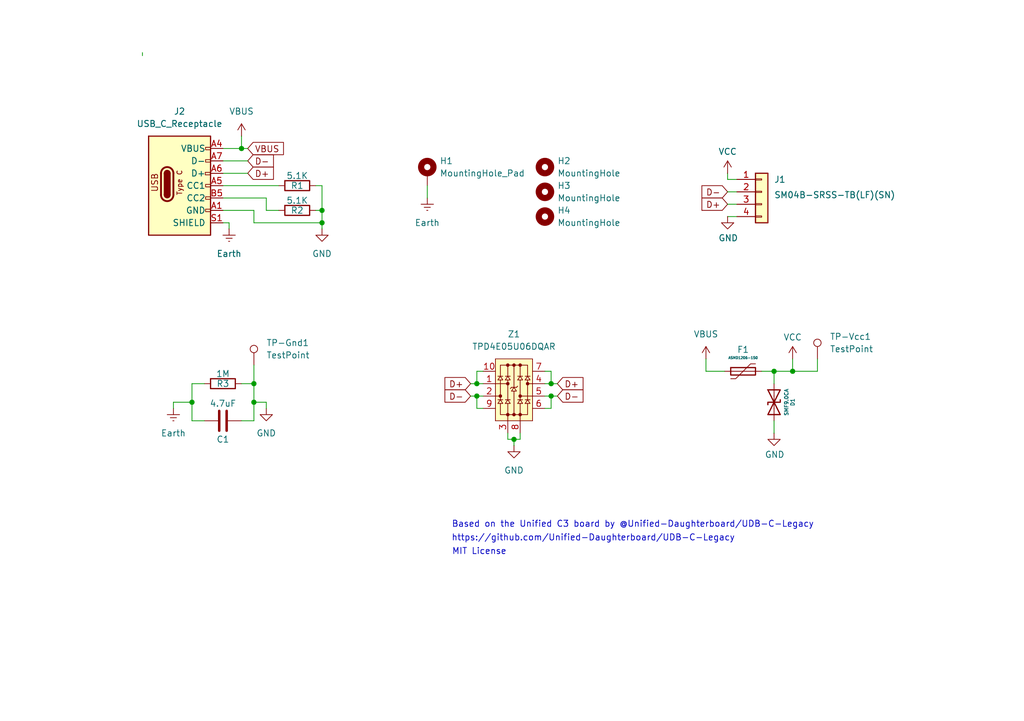
<source format=kicad_sch>
(kicad_sch (version 20250114) (generator "eeschema") (generator_version "9.0")
  (paper "A5")
  (lib_symbols
    (symbol "Connector:TestPoint" (pin_numbers (hide yes)) (pin_names (offset 0.762) (hide yes))
      (property "Reference" "TP" (at 0 6.858 0))
      (property "Value" "TestPoint" (at 0 5.08 0))
      (symbol "TestPoint_0_1"
        (circle (center 0 3.302) (radius 0.762))
      )
      (symbol "TestPoint_1_1"
        (pin passive line (at 0 0 90) (length 2.54) (name "1") (number "1"))
      )
    )
    (symbol "Connector_Generic:Conn_01x04" (pin_names (offset 1.016) (hide yes))
      (property "Reference" "J" (at 0 5.08 0))
      (property "Value" "Conn_01x04" (at 0 -7.62 0))
      (symbol "Conn_01x04_1_1"
        (rectangle (start -1.27 3.81) (end 1.27 -6.35) (stroke (width 0.254)) (fill (type background)))
        (rectangle (start -1.27 2.667) (end 0 2.413) (stroke (width 0.1524)))
        (rectangle (start -1.27 0.127) (end 0 -0.127) (stroke (width 0.1524)))
        (rectangle (start -1.27 -2.413) (end 0 -2.667) (stroke (width 0.1524)))
        (rectangle (start -1.27 -4.953) (end 0 -5.207) (stroke (width 0.1524)))
        (pin passive line (at -5.08 2.54 0) (length 3.81) (name "Pin_1") (number "1"))
        (pin passive line (at -5.08 0 0) (length 3.81) (name "Pin_2") (number "2"))
        (pin passive line (at -5.08 -2.54 0) (length 3.81) (name "Pin_3") (number "3"))
        (pin passive line (at -5.08 -5.08 0) (length 3.81) (name "Pin_4") (number "4"))
      )
    )
    (symbol "Device:C" (pin_numbers (hide yes)) (pin_names (offset 0.254))
      (property "Reference" "C" (at 0.635 2.54 0))
      (property "Value" "C" (at 0.635 -2.54 0))
      (symbol "C_0_1"
        (polyline (pts (xy -2.032 0.762) (xy 2.032 0.762)) (stroke (width 0.508)))
        (polyline (pts (xy -2.032 -0.762) (xy 2.032 -0.762)) (stroke (width 0.508)))
      )
      (symbol "C_1_1"
        (pin passive line (at 0 3.81 270) (length 2.794) (name "~") (number "1"))
        (pin passive line (at 0 -3.81 90) (length 2.794) (name "~") (number "2"))
      )
    )
    (symbol "Device:D_TVS" (pin_numbers (hide yes)) (pin_names (offset 1.016) (hide yes))
      (property "Reference" "D" (at 0 2.54 0))
      (property "Value" "D_TVS" (at 0 -2.54 0))
      (symbol "D_TVS_0_1"
        (polyline (pts (xy -2.54 1.27) (xy -2.54 -1.27) (xy 2.54 1.27) (xy 2.54 -1.27) (xy -2.54 1.27)) (stroke (width 0.254)))
        (polyline (pts (xy 0.508 1.27) (xy 0 1.27) (xy 0 -1.27) (xy -0.508 -1.27)) (stroke (width 0.254)))
        (polyline (pts (xy 1.27 0) (xy -1.27 0)))
      )
      (symbol "D_TVS_1_1"
        (pin passive line (at -3.81 0 0) (length 2.54) (name "A1") (number "1"))
        (pin passive line (at 3.81 0 180) (length 2.54) (name "A2") (number "2"))
      )
    )
    (symbol "Device:Polyfuse" (pin_numbers (hide yes)) (pin_names (offset 0))
      (property "Reference" "F" (at -2.54 0 90))
      (property "Value" "Polyfuse" (at 2.54 0 90))
      (symbol "Polyfuse_0_1"
        (polyline (pts (xy -1.524 2.54) (xy -1.524 1.524) (xy 1.524 -1.524) (xy 1.524 -2.54)))
        (rectangle (start -0.762 2.54) (end 0.762 -2.54) (stroke (width 0.254)))
        (polyline (pts (xy 0 2.54) (xy 0 -2.54)))
      )
      (symbol "Polyfuse_1_1"
        (pin passive line (at 0 3.81 270) (length 1.27) (name "~") (number "1"))
        (pin passive line (at 0 -3.81 90) (length 1.27) (name "~") (number "2"))
      )
    )
    (symbol "Device:R" (pin_numbers (hide yes)) (pin_names (offset 0))
      (property "Reference" "R" (at 2.032 0 90))
      (property "Value" "R" (at 0 0 90))
      (symbol "R_0_1"
        (rectangle (start -1.016 -2.54) (end 1.016 2.54) (stroke (width 0.254)))
      )
      (symbol "R_1_1"
        (pin passive line (at 0 3.81 270) (length 1.27) (name "~") (number "1"))
        (pin passive line (at 0 -3.81 90) (length 1.27) (name "~") (number "2"))
      )
    )
    (symbol "Mechanical:MountingHole" (pin_names (offset 1.016)) (in_bom no)
      (property "Reference" "H" (at 0 5.08 0))
      (property "Value" "MountingHole" (at 0 3.175 0))
      (symbol "MountingHole_0_1"
        (circle (center 0 0) (radius 1.27) (stroke (width 1.27)))
      )
    )
    (symbol "Mechanical:MountingHole_Pad" (pin_numbers (hide yes)) (pin_names (offset 1.016) (hide yes)) (in_bom no)
      (property "Reference" "H" (at 0 6.35 0))
      (property "Value" "MountingHole_Pad" (at 0 4.445 0))
      (symbol "MountingHole_Pad_0_1"
        (circle (center 0 1.27) (radius 1.27) (stroke (width 1.27)))
      )
      (symbol "MountingHole_Pad_1_1"
        (pin input line (at 0 -2.54 90) (length 2.54) (name "1") (number "1"))
      )
    )
    (symbol "USB_C_Receptacle_1" (pin_names (offset 1.016))
      (property "Reference" "J" (at 0.762 13.97 0))
      (property "Value" "USB_C_Receptacle" (at 1.778 11.938 0))
      (symbol "USB_C_Receptacle_1_0_0"
        (rectangle (start 6.5362 2.7263) (end 7.5522 2.2183))
        (rectangle (start 6.604 7.874) (end 7.62 7.366))
        (rectangle (start 7.62 5.334) (end 6.604 4.826))
        (rectangle (start 7.62 0.254) (end 6.604 -0.254))
        (rectangle (start 7.62 -2.286) (end 6.604 -2.794))
        (rectangle (start 7.62 -4.826) (end 6.604 -5.334))
      )
      (symbol "USB_C_Receptacle_1_0_1"
        (rectangle (start -5.08 10.16) (end 7.62 -10.16) (stroke (width 0.254)) (fill (type background)))
      )
      (symbol "USB_C_Receptacle_1_1_1"
        (polyline (pts (xy -2.54 2.54) (xy -2.54 -1.905)) (stroke (width 0.381)))
        (rectangle (start -1.905 2.54) (end -0.635 -1.905) (fill (type outline)))
        (arc (start -2.54 2.54) (mid -1.27 3.81) (end 0 2.54) (stroke (width 0.381)))
        (circle (center -1.27 2.54) (radius 0.635) (fill (type outline)))
        (circle (center -1.27 -1.905) (radius 0.635) (fill (type outline)))
        (arc (start 0 -1.905) (mid -1.27 -3.175) (end -2.54 -1.905) (stroke (width 0.381)))
        (polyline (pts (xy 0 2.54) (xy 0 -1.905)) (stroke (width 0.381)))
        (text "USB" (at -3.81 0.635 900) (effects (font (size 1.27 1.27))))
        (text "Type C" (at 1.27 0.635 900) (effects (font (size 1.016 1.016))))
        (pin bidirectional line (at -3.81 -12.7 90) (length 2.54) (hide yes) (name "SBU1") (number "A8"))
        (pin bidirectional line (at -1.27 -12.7 90) (length 2.54) (hide yes) (name "SBU2") (number "B8"))
        (pin passive line (at 10.16 7.62 180) (length 2.54) (name "VBUS") (number "A4"))
        (pin passive line (at 10.16 7.62 180) (length 2.54) (hide yes) (name "VBUS") (number "A9"))
        (pin passive line (at 10.16 7.62 180) (length 2.54) (hide yes) (name "VBUS") (number "B4"))
        (pin passive line (at 10.16 7.62 180) (length 2.54) (hide yes) (name "VBUS") (number "B9"))
        (pin bidirectional line (at 10.16 5.08 180) (length 2.54) (name "D-") (number "A7"))
        (pin bidirectional line (at 10.16 5.08 180) (length 2.54) (hide yes) (name "D-") (number "B7"))
        (pin bidirectional line (at 10.16 2.54 180) (length 2.54) (name "D+") (number "A6"))
        (pin bidirectional line (at 10.16 2.54 180) (length 2.54) (hide yes) (name "D+") (number "B6"))
        (pin bidirectional line (at 10.16 0 180) (length 2.54) (name "CC1") (number "A5"))
        (pin bidirectional line (at 10.16 -2.54 180) (length 2.54) (name "CC2") (number "B5"))
        (pin passive line (at 10.16 -5.08 180) (length 2.54) (name "GND") (number "A1"))
        (pin passive line (at 10.16 -5.08 180) (length 2.54) (hide yes) (name "GND") (number "A12"))
        (pin passive line (at 10.16 -5.08 180) (length 2.54) (hide yes) (name "GND") (number "B1"))
        (pin passive line (at 10.16 -5.08 180) (length 2.54) (hide yes) (name "GND") (number "B12"))
        (pin passive line (at 10.16 -7.62 180) (length 2.54) (name "SHIELD") (number "S1"))
      )
    )
    (symbol "power:Earth" (power) (pin_numbers (hide yes)) (pin_names (offset 0) (hide yes))
      (property "Value" "Earth" (at 0 -3.81 0))
      (symbol "Earth_0_1"
        (polyline (pts (xy -0.635 -1.905) (xy 0.635 -1.905)))
        (polyline (pts (xy -0.127 -2.54) (xy 0.127 -2.54)))
        (polyline (pts (xy 0 -1.27) (xy 0 0)))
        (polyline (pts (xy 1.27 -1.27) (xy -1.27 -1.27)))
      )
      (symbol "Earth_1_1"
        (pin power_in line (at 0 0 270) (length 0) (name "~") (number "1"))
      )
    )
    (symbol "power:GND" (power) (pin_numbers (hide yes)) (pin_names (offset 0) (hide yes))
      (property "Value" "GND" (at 0 -3.81 0))
      (symbol "GND_0_1"
        (polyline (pts (xy 0 0) (xy 0 -1.27) (xy 1.27 -1.27) (xy 0 -2.54) (xy -1.27 -1.27) (xy 0 -1.27)))
      )
      (symbol "GND_1_1"
        (pin power_in line (at 0 0 270) (length 0) (name "~") (number "1"))
      )
    )
    (symbol "power:VBUS" (power) (pin_numbers (hide yes)) (pin_names (offset 0) (hide yes))
      (property "Value" "VBUS" (at 0 3.556 0))
      (symbol "VBUS_0_1"
        (polyline (pts (xy -0.762 1.27) (xy 0 2.54)))
        (polyline (pts (xy 0 2.54) (xy 0.762 1.27)))
        (polyline (pts (xy 0 0) (xy 0 2.54)))
      )
      (symbol "VBUS_1_1"
        (pin power_in line (at 0 0 90) (length 0) (name "~") (number "1"))
      )
    )
    (symbol "power:VCC" (power) (pin_numbers (hide yes)) (pin_names (offset 0) (hide yes))
      (property "Value" "VCC" (at 0 3.556 0))
      (symbol "VCC_0_1"
        (polyline (pts (xy -0.762 1.27) (xy 0 2.54)))
        (polyline (pts (xy 0 2.54) (xy 0.762 1.27)))
        (polyline (pts (xy 0 0) (xy 0 2.54)))
      )
      (symbol "VCC_1_1"
        (pin power_in line (at 0 0 90) (length 0) (name "~") (number "1"))
      )
    )
    (symbol "ts-kicad-lib:TPDxE05U06"
      (property "Reference" "Z" (at 1.27 8.89 0))
      (symbol "TPDxE05U06_0_1"
        (circle (center -1.524 0) (radius 0.2794) (fill (type outline)))
        (circle (center 0 6.35) (radius 0.2794) (fill (type outline)))
        (circle (center 0 2.54) (radius 0.2794) (fill (type outline)))
        (circle (center 0 -3.81) (radius 0.2794) (fill (type outline)))
        (circle (center 1.27 6.35) (radius 0.2794) (fill (type outline)))
        (circle (center 1.27 -3.81) (radius 0.2794) (fill (type outline)))
        (circle (center 2.54 6.35) (radius 0.2794) (fill (type outline)))
        (circle (center 2.54 0) (radius 0.2794) (fill (type outline)))
        (circle (center 2.54 -3.81) (radius 0.2794) (fill (type outline)))
        (circle (center 4.064 2.54) (radius 0.2794) (fill (type outline)))
      )
      (symbol "TPDxE05U06_1_1"
        (rectangle (start -2.54 7.62) (end 5.08 -5.08) (fill (type background)))
        (polyline (pts (xy -2.54 2.54) (xy 0 2.54)))
        (polyline (pts (xy -2.54 0) (xy -1.524 0)))
        (polyline (pts (xy -2.032 4.064) (xy -1.016 4.064)))
        (polyline (pts (xy -2.032 3.302) (xy -1.016 3.302) (xy -1.524 4.064) (xy -2.032 3.302)))
        (polyline (pts (xy -2.032 -0.762) (xy -1.016 -0.762)))
        (polyline (pts (xy -2.032 -1.524) (xy -1.016 -1.524) (xy -1.524 -0.762) (xy -2.032 -1.524)))
        (polyline (pts (xy -1.524 4.064) (xy -1.524 6.35) (xy 4.064 6.35) (xy 4.064 4.064)))
        (polyline (pts (xy -1.524 -0.762) (xy -1.524 3.302)))
        (polyline (pts (xy -0.508 4.064) (xy 0.508 4.064)))
        (polyline (pts (xy -0.508 3.302) (xy 0.508 3.302) (xy 0 4.064) (xy -0.508 3.302)))
        (polyline (pts (xy -0.508 -0.762) (xy 0.508 -0.762)))
        (polyline (pts (xy -0.508 -1.524) (xy 0.508 -1.524) (xy 0 -0.762) (xy -0.508 -1.524)))
        (polyline (pts (xy 0 6.35) (xy 0 4.064)))
        (polyline (pts (xy 0 3.302) (xy 0 -0.762)))
        (polyline (pts (xy 0 -1.524) (xy 0 -3.81)))
        (polyline (pts (xy 0 -3.81) (xy 0 -5.08)))
        (polyline (pts (xy 0.762 1.778) (xy 0.508 1.524)))
        (polyline (pts (xy 0.762 1.778) (xy 1.778 1.778)))
        (polyline (pts (xy 0.762 1.016) (xy 1.778 1.016) (xy 1.27 1.778) (xy 0.762 1.016)))
        (polyline (pts (xy 1.27 6.35) (xy 1.27 1.778)))
        (polyline (pts (xy 1.27 -3.81) (xy 1.27 1.016)))
        (polyline (pts (xy 1.778 1.778) (xy 2.032 2.032)))
        (polyline (pts (xy 2.032 4.064) (xy 3.048 4.064)))
        (polyline (pts (xy 2.032 3.302) (xy 3.048 3.302) (xy 2.54 4.064) (xy 2.032 3.302)))
        (polyline (pts (xy 2.032 -0.762) (xy 3.048 -0.762)))
        (polyline (pts (xy 2.032 -1.524) (xy 3.048 -1.524) (xy 2.54 -0.762) (xy 2.032 -1.524)))
        (polyline (pts (xy 2.54 6.35) (xy 2.54 4.064)))
        (polyline (pts (xy 2.54 3.302) (xy 2.54 -0.762)))
        (polyline (pts (xy 2.54 0) (xy 5.08 0)))
        (polyline (pts (xy 2.54 -1.524) (xy 2.54 -3.81)))
        (polyline (pts (xy 2.54 -3.81) (xy 2.54 -5.08)))
        (polyline (pts (xy 3.556 4.064) (xy 4.572 4.064)))
        (polyline (pts (xy 3.556 3.302) (xy 4.572 3.302) (xy 4.064 4.064) (xy 3.556 3.302)))
        (polyline (pts (xy 3.556 -0.762) (xy 4.572 -0.762)))
        (polyline (pts (xy 3.556 -1.524) (xy 4.572 -1.524) (xy 4.064 -0.762) (xy 3.556 -1.524)))
        (polyline (pts (xy 4.064 3.302) (xy 4.064 -0.762)))
        (polyline (pts (xy 4.064 2.54) (xy 5.08 2.54)))
        (polyline (pts (xy 4.064 -1.524) (xy 4.064 -3.81) (xy -1.524 -3.81) (xy -1.524 -1.524)))
        (pin passive line (at -5.08 5.08 0) (length 2.54) (name "") (number "10"))
        (pin bidirectional line (at -5.08 2.54 0) (length 2.54) (name "") (number "1"))
        (pin bidirectional line (at -5.08 0 0) (length 2.54) (name "") (number "2"))
        (pin passive line (at -5.08 -2.54 0) (length 2.54) (name "") (number "9"))
        (pin power_in line (at 0 -7.62 90) (length 2.54) (name "") (number "3"))
        (pin power_in line (at 2.54 -7.62 90) (length 2.54) (name "") (number "8"))
        (pin passive line (at 7.62 5.08 180) (length 2.54) (name "") (number "7"))
        (pin bidirectional line (at 7.62 2.54 180) (length 2.54) (name "") (number "4"))
        (pin bidirectional line (at 7.62 0 180) (length 2.54) (name "") (number "5"))
        (pin passive line (at 7.62 -2.54 180) (length 2.54) (name "") (number "6"))
      )
    )
  )
  (text "MIT License" (at 98.298 113.284 0) (effects (font (size 1.27 1.27))))
  (text "Based on the Unified C3 board by @Unified-Daughterboard/UDB-C-Legacy" (at 129.794 107.696 0) (effects (font (size 1.27 1.27))))
  (text "https://github.com/Unified-Daughterboard/UDB-C-Legacy" (at 121.666 110.49 0) (effects (font (size 1.27 1.27))))
  (junction (at 66.04 45.72))
  (junction (at 158.75 76.2))
  (junction (at 39.37 82.55))
  (junction (at 113.03 81.28))
  (junction (at 162.56 76.2))
  (junction (at 105.41 90.17))
  (junction (at 97.79 81.28))
  (junction (at 113.03 78.74))
  (junction (at 52.07 82.55))
  (junction (at 49.53 30.48))
  (junction (at 66.04 43.18))
  (junction (at 97.79 78.74))
  (junction (at 52.07 78.74))
  (wire (pts (xy 96.52 78.74) (xy 97.79 78.74)))
  (wire (pts (xy 149.225 44.45) (xy 151.13 44.45)))
  (wire (pts (xy 158.75 86.36) (xy 158.75 88.9)))
  (wire (pts (xy 46.99 45.72) (xy 46.99 46.99)))
  (wire (pts (xy 45.72 45.72) (xy 46.99 45.72)))
  (wire (pts (xy 54.61 82.55) (xy 54.61 83.82)))
  (wire (pts (xy 97.79 78.74) (xy 99.06 78.74)))
  (wire (pts (xy 66.04 38.1) (xy 66.04 43.18)))
  (wire (pts (xy 96.52 81.28) (xy 97.79 81.28)))
  (wire (pts (xy 49.53 27.94) (xy 49.53 30.48)))
  (wire (pts (xy 64.77 38.1) (xy 66.04 38.1)))
  (wire (pts (xy 144.78 76.2) (xy 148.59 76.2)))
  (wire (pts (xy 52.07 74.93) (xy 52.07 78.74)))
  (wire (pts (xy 158.75 76.2) (xy 162.56 76.2)))
  (wire (pts (xy 113.03 78.74) (xy 114.3 78.74)))
  (wire (pts (xy 35.56 82.55) (xy 39.37 82.55)))
  (wire (pts (xy 149.225 41.91) (xy 151.13 41.91)))
  (wire (pts (xy 39.37 82.55) (xy 39.37 86.36)))
  (wire (pts (xy 156.21 76.2) (xy 158.75 76.2)))
  (wire (pts (xy 97.79 76.2) (xy 99.06 76.2)))
  (wire (pts (xy 111.76 81.28) (xy 113.03 81.28)))
  (wire (pts (xy 158.75 76.2) (xy 158.75 78.74)))
  (wire (pts (xy 49.53 30.48) (xy 50.8 30.48)))
  (wire (pts (xy 105.41 90.17) (xy 105.41 91.44)))
  (wire (pts (xy 45.72 40.64) (xy 54.61 40.64)))
  (wire (pts (xy 45.72 43.18) (xy 52.07 43.18)))
  (wire (pts (xy 105.41 90.17) (xy 106.68 90.17)))
  (wire (pts (xy 97.79 81.28) (xy 97.79 83.82)))
  (wire (pts (xy 35.56 82.55) (xy 35.56 83.82)))
  (wire (pts (xy 52.07 82.55) (xy 52.07 86.36)))
  (wire (pts (xy 167.64 76.2) (xy 167.64 73.66)))
  (wire (pts (xy 97.79 83.82) (xy 99.06 83.82)))
  (wire (pts (xy 144.78 73.66) (xy 144.78 76.2)))
  (wire (pts (xy 64.77 43.18) (xy 66.04 43.18)))
  (wire (pts (xy 106.68 88.9) (xy 106.68 90.17)))
  (wire (pts (xy 66.04 43.18) (xy 66.04 45.72)))
  (wire (pts (xy 111.76 78.74) (xy 113.03 78.74)))
  (wire (pts (xy 54.61 40.64) (xy 54.61 43.18)))
  (wire (pts (xy 45.72 30.48) (xy 49.53 30.48)))
  (wire (pts (xy 66.04 45.72) (xy 52.07 45.72)))
  (wire (pts (xy 113.03 76.2) (xy 113.03 78.74)))
  (wire (pts (xy 113.03 81.28) (xy 114.3 81.28)))
  (wire (pts (xy 149.225 35.56) (xy 149.225 36.83)))
  (wire (pts (xy 87.63 38.1) (xy 87.63 40.64)))
  (wire (pts (xy 45.72 33.02) (xy 50.8 33.02)))
  (wire (pts (xy 49.53 86.36) (xy 52.07 86.36)))
  (wire (pts (xy 52.07 82.55) (xy 54.61 82.55)))
  (wire (pts (xy 111.76 83.82) (xy 113.03 83.82)))
  (wire (pts (xy 45.72 35.56) (xy 50.8 35.56)))
  (wire (pts (xy 97.79 78.74) (xy 97.79 76.2)))
  (wire (pts (xy 54.61 43.18) (xy 57.15 43.18)))
  (wire (pts (xy 111.76 76.2) (xy 113.03 76.2)))
  (wire (pts (xy 104.14 90.17) (xy 105.41 90.17)))
  (wire (pts (xy 97.79 81.28) (xy 99.06 81.28)))
  (wire (pts (xy 162.56 76.2) (xy 162.56 73.66)))
  (wire (pts (xy 29.21 10.795) (xy 29.21 11.43)))
  (wire (pts (xy 45.72 38.1) (xy 57.15 38.1)))
  (wire (pts (xy 104.14 88.9) (xy 104.14 90.17)))
  (wire (pts (xy 149.225 36.83) (xy 151.13 36.83)))
  (wire (pts (xy 39.37 86.36) (xy 41.91 86.36)))
  (wire (pts (xy 49.53 78.74) (xy 52.07 78.74)))
  (wire (pts (xy 66.04 45.72) (xy 66.04 46.99)))
  (wire (pts (xy 52.07 78.74) (xy 52.07 82.55)))
  (wire (pts (xy 41.91 78.74) (xy 39.37 78.74)))
  (wire (pts (xy 52.07 43.18) (xy 52.07 45.72)))
  (wire (pts (xy 113.03 81.28) (xy 113.03 83.82)))
  (wire (pts (xy 162.56 76.2) (xy 167.64 76.2)))
  (wire (pts (xy 151.13 39.37) (xy 149.225 39.37)))
  (wire (pts (xy 39.37 78.74) (xy 39.37 82.55)))
  (global_label "D-" (shape input) (at 114.3 81.28 0) (property "Intersheetrefs" "${INTERSHEET_REFS}" (effects (hide yes))))
  (global_label "D+" (shape input) (at 96.52 78.74 180) (property "Intersheetrefs" "${INTERSHEET_REFS}" (effects (hide yes))))
  (global_label "D+" (shape input) (at 149.225 41.91 180) (property "Intersheetrefs" "${INTERSHEET_REFS}" (effects (hide yes))))
  (global_label "D-" (shape input) (at 96.52 81.28 180) (property "Intersheetrefs" "${INTERSHEET_REFS}" (effects (hide yes))))
  (global_label "VBUS" (shape input) (at 50.8 30.48 0) (property "Intersheetrefs" "${INTERSHEET_REFS}" (effects (hide yes))))
  (global_label "D-" (shape input) (at 149.225 39.37 180) (property "Intersheetrefs" "${INTERSHEET_REFS}" (effects (hide yes))))
  (global_label "D-" (shape input) (at 50.8 33.02 0) (property "Intersheetrefs" "${INTERSHEET_REFS}" (effects (hide yes))))
  (global_label "D+" (shape input) (at 114.3 78.74 0) (property "Intersheetrefs" "${INTERSHEET_REFS}" (effects (hide yes))))
  (global_label "D+" (shape input) (at 50.8 35.56 0) (property "Intersheetrefs" "${INTERSHEET_REFS}" (effects (hide yes))))
  (symbol (lib_id "power:GND") (at 149.225 44.45 0) (unit 1)
    (property "Reference" "#PWR0104" (effects (hide yes)))
    (property "Value" "GND" (at 149.352 48.8442 0))
  )
  (symbol (lib_id "Device:D_TVS") (at 158.75 82.55 90) (mirror x) (unit 1)
    (property "Reference" "D1" (at 162.56 82.55 0) (effects (font (size 0.762 0.762))))
    (property "Value" "SMF9.0CA" (at 161.29 82.55 0) (effects (font (size 0.762 0.762))))
    (property "Footprint" "Diode_SMD:D_SOD-123" (effects (hide yes)))
    (property "Package" "SOD-123F-B" (effects (hide yes)))
    (property "Manufacturer" "Microdiode Electronics" (effects (hide yes)))
    (property "Manufacturer Part No" "SMF9.0CA" (effects (hide yes)))
    (property "LCSC Part No" "C123799" (effects (hide yes)))
  )
  (symbol (lib_id "Device:Polyfuse") (at 152.4 76.2 90) (unit 1)
    (property "Reference" "F1" (at 152.4 71.755 90))
    (property "Value" "ASMD1206-150" (at 152.4 73.4314 90) (effects (font (size 0.508 0.508))))
    (property "Footprint" "Fuse:Fuse_1206_3216Metric" (effects (hide yes)))
    (property "Manufacturer" "Shenzhen JDT Fuse" (effects (hide yes)))
    (property "Manufacturer Part No" "ASMD1206-150" (effects (hide yes)))
    (property "LCSC Part No" "C135342" (effects (hide yes)))
    (property "Package" "F1206" (effects (hide yes)))
  )
  (symbol (lib_id "power:VCC") (at 149.225 35.56 0) (unit 1)
    (property "Reference" "#PWR0103" (effects (hide yes)))
    (property "Value" "VCC" (at 149.225 31.115 0))
  )
  (symbol (lib_id "Mechanical:MountingHole_Pad") (at 87.63 35.56 0) (unit 1) (in_bom no)
    (property "Reference" "H1" (at 90.17 33.0199 0) (effects (justify left)))
    (property "Value" "MountingHole_Pad" (at 90.17 35.5599 0) (effects (justify left)))
    (property "Footprint" "MountingHole:MountingHole_2.2mm_M2_Pad" (effects (hide yes)))
    (property "Description" "Mounting Hole with connection" (effects (hide yes)))
  )
  (symbol (lib_id "Connector_Generic:Conn_01x04") (at 156.21 39.37 0) (unit 1)
    (property "Reference" "J1" (at 158.75 36.83 0) (effects (justify left)))
    (property "Value" "SM04B-SRSS-TB(LF)(SN)" (at 158.75 40.005 0) (effects (justify left)))
    (property "Footprint" "Connector_JST:JST_SH_SM04B-SRSS-TB_1x04-1MP_P1.00mm_Horizontal" (effects (hide yes)))
    (property "Manufacturer" "JST Sales America" (effects (hide yes)))
    (property "Manufacturer Part No" "SM04B-SRSS-TB(LF)(SN)" (effects (hide yes)))
    (property "LCSC Part No" "C160404" (effects (hide yes)))
  )
  (symbol (lib_id "power:VCC") (at 162.56 73.66 0) (unit 1)
    (property "Reference" "#PWR09" (effects (hide yes)))
    (property "Value" "VCC" (at 162.56 69.215 0))
  )
  (symbol (lib_id "Device:C") (at 45.72 86.36 90) (unit 1)
    (property "Reference" "C1" (at 45.72 90.17 90))
    (property "Value" "4.7uF" (at 45.72 82.804 90))
    (property "Footprint" "Capacitor_SMD:C_0603_1608Metric" (effects (hide yes)))
    (property "Description" "Unpolarized capacitor" (effects (hide yes)))
  )
  (symbol (lib_id "power:GND") (at 66.04 46.99 0) (unit 1)
    (property "Reference" "#PWR03" (effects (hide yes)))
    (property "Value" "GND" (at 66.04 52.07 0))
    (property "Description" "Power symbol creates a global label with name \"GND\" , ground" (effects (hide yes)))
  )
  (symbol (lib_id "power:Earth") (at 46.99 46.99 0) (unit 1)
    (property "Reference" "#PWR02" (effects (hide yes)))
    (property "Value" "Earth" (at 46.99 52.07 0))
    (property "Description" "Power symbol creates a global label with name \"Earth\"" (effects (hide yes)))
  )
  (symbol (lib_id "power:GND") (at 105.41 91.44 0) (unit 1)
    (property "Reference" "#PWR07" (effects (hide yes)))
    (property "Value" "GND" (at 105.41 96.52 0))
    (property "Description" "Power symbol creates a global label with name \"GND\" , ground" (effects (hide yes)))
  )
  (symbol (lib_id "Device:R") (at 60.96 43.18 90) (unit 1)
    (property "Reference" "R2" (at 60.96 43.18 90))
    (property "Value" "5.1K" (at 60.96 41.148 90))
    (property "Footprint" "Resistors_SMD:R_0603" (effects (hide yes)))
    (property "Description" "Resistor" (effects (hide yes)))
  )
  (symbol (lib_id "power:Earth") (at 35.56 83.82 0) (unit 1)
    (property "Reference" "#PWR04" (effects (hide yes)))
    (property "Value" "Earth" (at 35.56 88.9 0))
    (property "Description" "Power symbol creates a global label with name \"Earth\"" (effects (hide yes)))
  )
  (symbol (lib_id "Mechanical:MountingHole") (at 111.76 44.45 0) (unit 1) (in_bom no)
    (property "Reference" "H4" (at 114.3 43.1799 0) (effects (justify left)))
    (property "Value" "MountingHole" (at 114.3 45.7199 0) (effects (justify left)))
    (property "Footprint" "MountingHole:MountingHole_2.2mm_M2" (effects (hide yes)))
    (property "Description" "Mounting Hole without connection" (effects (hide yes)))
  )
  (symbol (lib_id "Connector:TestPoint") (at 167.64 73.66 0) (unit 1)
    (property "Reference" "TP-Vcc1" (at 170.18 69.0879 0) (effects (justify left)))
    (property "Value" "TestPoint" (at 170.18 71.6279 0) (effects (justify left)))
    (property "Footprint" "TestPoint:TestPoint_Pad_1.5x1.5mm" (effects (hide yes)))
    (property "Description" "test point" (effects (hide yes)))
  )
  (symbol (lib_id "Connector:TestPoint") (at 52.07 74.93 0) (unit 1)
    (property "Reference" "TP-Gnd1" (at 54.61 70.3579 0) (effects (justify left)))
    (property "Value" "TestPoint" (at 54.61 72.8979 0) (effects (justify left)))
    (property "Footprint" "TestPoint:TestPoint_Pad_1.5x1.5mm" (effects (hide yes)))
    (property "Description" "test point" (effects (hide yes)))
  )
  (symbol (lib_id "power:Earth") (at 87.63 40.64 0) (unit 1)
    (property "Reference" "#PWR01" (effects (hide yes)))
    (property "Value" "Earth" (at 87.63 45.72 0))
    (property "Description" "Power symbol creates a global label with name \"Earth\"" (effects (hide yes)))
  )
  (symbol (lib_id "Mechanical:MountingHole") (at 111.76 39.37 0) (unit 1) (in_bom no)
    (property "Reference" "H3" (at 114.3 38.0999 0) (effects (justify left)))
    (property "Value" "MountingHole" (at 114.3 40.6399 0) (effects (justify left)))
    (property "Footprint" "MountingHole:MountingHole_2.2mm_M2" (effects (hide yes)))
    (property "Description" "Mounting Hole without connection" (effects (hide yes)))
  )
  (symbol (lib_id "Device:R") (at 60.96 38.1 90) (unit 1)
    (property "Reference" "R1" (at 60.96 38.1 90))
    (property "Value" "5.1K" (at 60.96 36.068 90))
    (property "Footprint" "Resistors_SMD:R_0603" (effects (hide yes)))
    (property "Description" "Resistor" (effects (hide yes)))
  )
  (symbol (lib_id "Device:R") (at 45.72 78.74 90) (unit 1)
    (property "Reference" "R3" (at 45.72 78.74 90))
    (property "Value" "1M" (at 45.72 76.708 90))
    (property "Footprint" "Resistors_SMD:R_0603" (effects (hide yes)))
    (property "Description" "Resistor" (effects (hide yes)))
  )
  (symbol (lib_name "USB_C_Receptacle_1") (lib_id "ts-kicad-lib:USB_C_Receptacle") (at 35.56 38.1 0) (unit 1)
    (property "Reference" "J2" (at 36.83 22.86 0))
    (property "Value" "USB_C_Receptacle" (at 36.83 25.4 0))
    (property "Footprint" "Connector_USB:USB_C_Receptacle_HRO_TYPE-C-31-M-12" (effects (hide yes)))
    (property "Description" "USB 2.0-only 16P Type-C Receptacle connector" (effects (hide yes)))
  )
  (symbol (lib_id "power:GND") (at 54.61 83.82 0) (unit 1)
    (property "Reference" "#PWR05" (effects (hide yes)))
    (property "Value" "GND" (at 54.61 88.9 0))
    (property "Description" "Power symbol creates a global label with name \"GND\" , ground" (effects (hide yes)))
  )
  (symbol (lib_id "power:GND") (at 158.75 88.9 0) (unit 1)
    (property "Reference" "#PWR08" (effects (hide yes)))
    (property "Value" "GND" (at 158.877 93.2942 0))
  )
  (symbol (lib_id "ts-kicad-lib:TPDxE05U06") (at 104.14 81.28 0) (unit 1)
    (property "Reference" "Z1" (at 105.41 68.58 0))
    (property "Value" "TPD4E05U06DQAR" (at 105.41 71.12 0))
    (property "Footprint" "PCM_SparkFun-Semiconductor-Standard:UFDFN-10_2.5x1.0mm_P0.5mm" (effects (hide yes)))
    (property "Datasheet" "https://github.com/Tecsmith/ts-kicad-lib/blob/main/docs/TPD4E05U06-C138714.pdf" (effects (hide yes)))
  )
  (symbol (lib_id "power:VBUS") (at 144.78 73.66 0) (unit 1)
    (property "Reference" "#PWR010" (effects (hide yes)))
    (property "Value" "VBUS" (at 144.78 68.58 0))
    (property "Description" "Power symbol creates a global label with name \"VBUS\"" (effects (hide yes)))
  )
  (symbol (lib_id "power:VBUS") (at 49.53 27.94 0) (unit 1)
    (property "Reference" "#PWR06" (effects (hide yes)))
    (property "Value" "VBUS" (at 49.53 22.86 0))
    (property "Description" "Power symbol creates a global label with name \"VBUS\"" (effects (hide yes)))
  )
  (symbol (lib_id "Mechanical:MountingHole") (at 111.76 34.29 0) (unit 1) (in_bom no)
    (property "Reference" "H2" (at 114.3 33.0199 0) (effects (justify left)))
    (property "Value" "MountingHole" (at 114.3 35.5599 0) (effects (justify left)))
    (property "Footprint" "MountingHole:MountingHole_2.2mm_M2" (effects (hide yes)))
    (property "Description" "Mounting Hole without connection" (effects (hide yes)))
  )
)
</source>
